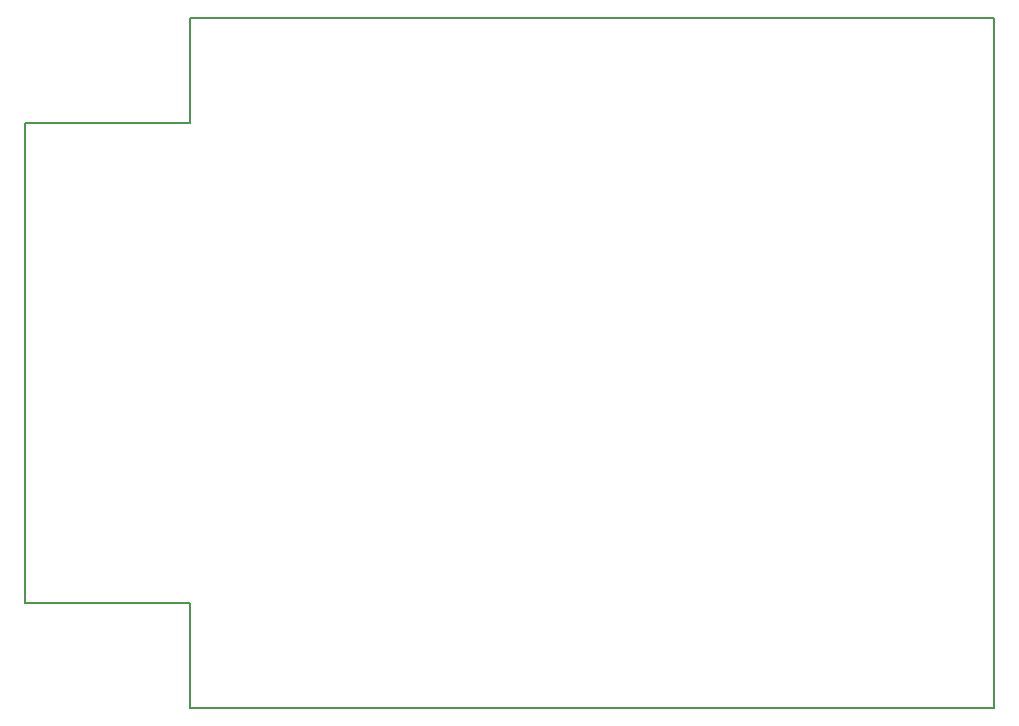
<source format=gko>
G04 #@! TF.FileFunction,Profile,NP*
%FSLAX46Y46*%
G04 Gerber Fmt 4.6, Leading zero omitted, Abs format (unit mm)*
G04 Created by KiCad (PCBNEW 4.0.2-4+6225~38~ubuntu14.04.1-stable) date Fri 27 Jan 2017 04:50:42 PM CET*
%MOMM*%
G01*
G04 APERTURE LIST*
%ADD10C,0.100000*%
%ADD11C,0.150000*%
G04 APERTURE END LIST*
D10*
D11*
X34290000Y-101600000D02*
X48260000Y-101600000D01*
X34290000Y-60960000D02*
X48260000Y-60960000D01*
X34290000Y-60960000D02*
X34290000Y-101600000D01*
X48260000Y-110490000D02*
X48260000Y-101600000D01*
X48260000Y-60960000D02*
X48260000Y-52070000D01*
X116332000Y-110490000D02*
X48260000Y-110490000D01*
X116332000Y-52070000D02*
X116332000Y-110490000D01*
X48260000Y-52070000D02*
X116332000Y-52070000D01*
M02*

</source>
